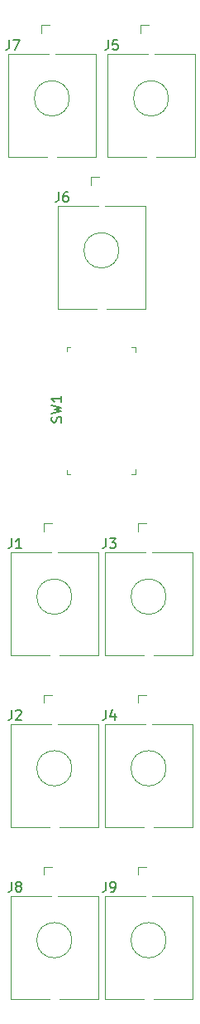
<source format=gbr>
%TF.GenerationSoftware,KiCad,Pcbnew,(5.1.8)-1*%
%TF.CreationDate,2021-01-05T22:18:11+01:00*%
%TF.ProjectId,Paco,5061636f-2e6b-4696-9361-645f70636258,rev?*%
%TF.SameCoordinates,Original*%
%TF.FileFunction,Legend,Top*%
%TF.FilePolarity,Positive*%
%FSLAX46Y46*%
G04 Gerber Fmt 4.6, Leading zero omitted, Abs format (unit mm)*
G04 Created by KiCad (PCBNEW (5.1.8)-1) date 2021-01-05 22:18:11*
%MOMM*%
%LPD*%
G01*
G04 APERTURE LIST*
%ADD10C,0.120000*%
%ADD11C,0.100000*%
%ADD12C,0.150000*%
%ADD13C,2.130000*%
%ADD14R,1.930000X1.830000*%
%ADD15C,2.850000*%
%ADD16R,2.850000X2.850000*%
G04 APERTURE END LIST*
D10*
%TO.C,J9*%
X112086000Y-140918000D02*
X112086000Y-151418000D01*
X121086000Y-140918000D02*
X121086000Y-151418000D01*
X121086000Y-151418000D02*
X117086000Y-151418000D01*
X116086000Y-151418000D02*
X112086000Y-151418000D01*
X121086000Y-140918000D02*
X116936000Y-140918000D01*
X116236000Y-140918000D02*
X112086000Y-140918000D01*
X118386000Y-145418000D02*
G75*
G03*
X118386000Y-145418000I-1800000J0D01*
G01*
X115526000Y-137938000D02*
X115526000Y-138738000D01*
X115526000Y-137938000D02*
X116386000Y-137938000D01*
%TO.C,J8*%
X102434000Y-140918000D02*
X102434000Y-151418000D01*
X111434000Y-140918000D02*
X111434000Y-151418000D01*
X111434000Y-151418000D02*
X107434000Y-151418000D01*
X106434000Y-151418000D02*
X102434000Y-151418000D01*
X111434000Y-140918000D02*
X107284000Y-140918000D01*
X106584000Y-140918000D02*
X102434000Y-140918000D01*
X108734000Y-145418000D02*
G75*
G03*
X108734000Y-145418000I-1800000J0D01*
G01*
X105874000Y-137938000D02*
X105874000Y-138738000D01*
X105874000Y-137938000D02*
X106734000Y-137938000D01*
D11*
%TO.C,SW1*%
X108235000Y-84990000D02*
X108585000Y-84990000D01*
X108235000Y-85365000D02*
X108235000Y-84990000D01*
X108235000Y-97890000D02*
X108235000Y-97490000D01*
X108235000Y-97890000D02*
X108610000Y-97890000D01*
X115285000Y-97890000D02*
X114860000Y-97890000D01*
X115285000Y-97890000D02*
X115285000Y-97440000D01*
X115285000Y-85015000D02*
X115285000Y-85465000D01*
X115285000Y-84990000D02*
X114860000Y-84990000D01*
D10*
%TO.C,J4*%
X112086000Y-123392000D02*
X112086000Y-133892000D01*
X121086000Y-123392000D02*
X121086000Y-133892000D01*
X121086000Y-133892000D02*
X117086000Y-133892000D01*
X116086000Y-133892000D02*
X112086000Y-133892000D01*
X121086000Y-123392000D02*
X116936000Y-123392000D01*
X116236000Y-123392000D02*
X112086000Y-123392000D01*
X118386000Y-127892000D02*
G75*
G03*
X118386000Y-127892000I-1800000J0D01*
G01*
X115526000Y-120412000D02*
X115526000Y-121212000D01*
X115526000Y-120412000D02*
X116386000Y-120412000D01*
%TO.C,J7*%
X102180000Y-55096000D02*
X102180000Y-65596000D01*
X111180000Y-55096000D02*
X111180000Y-65596000D01*
X111180000Y-65596000D02*
X107180000Y-65596000D01*
X106180000Y-65596000D02*
X102180000Y-65596000D01*
X111180000Y-55096000D02*
X107030000Y-55096000D01*
X106330000Y-55096000D02*
X102180000Y-55096000D01*
X108480000Y-59596000D02*
G75*
G03*
X108480000Y-59596000I-1800000J0D01*
G01*
X105620000Y-52116000D02*
X105620000Y-52916000D01*
X105620000Y-52116000D02*
X106480000Y-52116000D01*
%TO.C,J6*%
X107260000Y-70590000D02*
X107260000Y-81090000D01*
X116260000Y-70590000D02*
X116260000Y-81090000D01*
X116260000Y-81090000D02*
X112260000Y-81090000D01*
X111260000Y-81090000D02*
X107260000Y-81090000D01*
X116260000Y-70590000D02*
X112110000Y-70590000D01*
X111410000Y-70590000D02*
X107260000Y-70590000D01*
X113560000Y-75090000D02*
G75*
G03*
X113560000Y-75090000I-1800000J0D01*
G01*
X110700000Y-67610000D02*
X110700000Y-68410000D01*
X110700000Y-67610000D02*
X111560000Y-67610000D01*
%TO.C,J5*%
X112340000Y-55096000D02*
X112340000Y-65596000D01*
X121340000Y-55096000D02*
X121340000Y-65596000D01*
X121340000Y-65596000D02*
X117340000Y-65596000D01*
X116340000Y-65596000D02*
X112340000Y-65596000D01*
X121340000Y-55096000D02*
X117190000Y-55096000D01*
X116490000Y-55096000D02*
X112340000Y-55096000D01*
X118640000Y-59596000D02*
G75*
G03*
X118640000Y-59596000I-1800000J0D01*
G01*
X115780000Y-52116000D02*
X115780000Y-52916000D01*
X115780000Y-52116000D02*
X116640000Y-52116000D01*
%TO.C,J3*%
X112086000Y-105896000D02*
X112086000Y-116396000D01*
X121086000Y-105896000D02*
X121086000Y-116396000D01*
X121086000Y-116396000D02*
X117086000Y-116396000D01*
X116086000Y-116396000D02*
X112086000Y-116396000D01*
X121086000Y-105896000D02*
X116936000Y-105896000D01*
X116236000Y-105896000D02*
X112086000Y-105896000D01*
X118386000Y-110396000D02*
G75*
G03*
X118386000Y-110396000I-1800000J0D01*
G01*
X115526000Y-102916000D02*
X115526000Y-103716000D01*
X115526000Y-102916000D02*
X116386000Y-102916000D01*
%TO.C,J2*%
X102434000Y-123392000D02*
X102434000Y-133892000D01*
X111434000Y-123392000D02*
X111434000Y-133892000D01*
X111434000Y-133892000D02*
X107434000Y-133892000D01*
X106434000Y-133892000D02*
X102434000Y-133892000D01*
X111434000Y-123392000D02*
X107284000Y-123392000D01*
X106584000Y-123392000D02*
X102434000Y-123392000D01*
X108734000Y-127892000D02*
G75*
G03*
X108734000Y-127892000I-1800000J0D01*
G01*
X105874000Y-120412000D02*
X105874000Y-121212000D01*
X105874000Y-120412000D02*
X106734000Y-120412000D01*
%TO.C,J1*%
X102434000Y-105896000D02*
X102434000Y-116396000D01*
X111434000Y-105896000D02*
X111434000Y-116396000D01*
X111434000Y-116396000D02*
X107434000Y-116396000D01*
X106434000Y-116396000D02*
X102434000Y-116396000D01*
X111434000Y-105896000D02*
X107284000Y-105896000D01*
X106584000Y-105896000D02*
X102434000Y-105896000D01*
X108734000Y-110396000D02*
G75*
G03*
X108734000Y-110396000I-1800000J0D01*
G01*
X105874000Y-102916000D02*
X105874000Y-103716000D01*
X105874000Y-102916000D02*
X106734000Y-102916000D01*
%TO.C,J9*%
D12*
X112222666Y-139470380D02*
X112222666Y-140184666D01*
X112175047Y-140327523D01*
X112079809Y-140422761D01*
X111936952Y-140470380D01*
X111841714Y-140470380D01*
X112746476Y-140470380D02*
X112936952Y-140470380D01*
X113032190Y-140422761D01*
X113079809Y-140375142D01*
X113175047Y-140232285D01*
X113222666Y-140041809D01*
X113222666Y-139660857D01*
X113175047Y-139565619D01*
X113127428Y-139518000D01*
X113032190Y-139470380D01*
X112841714Y-139470380D01*
X112746476Y-139518000D01*
X112698857Y-139565619D01*
X112651238Y-139660857D01*
X112651238Y-139898952D01*
X112698857Y-139994190D01*
X112746476Y-140041809D01*
X112841714Y-140089428D01*
X113032190Y-140089428D01*
X113127428Y-140041809D01*
X113175047Y-139994190D01*
X113222666Y-139898952D01*
%TO.C,J8*%
X102570666Y-139470380D02*
X102570666Y-140184666D01*
X102523047Y-140327523D01*
X102427809Y-140422761D01*
X102284952Y-140470380D01*
X102189714Y-140470380D01*
X103189714Y-139898952D02*
X103094476Y-139851333D01*
X103046857Y-139803714D01*
X102999238Y-139708476D01*
X102999238Y-139660857D01*
X103046857Y-139565619D01*
X103094476Y-139518000D01*
X103189714Y-139470380D01*
X103380190Y-139470380D01*
X103475428Y-139518000D01*
X103523047Y-139565619D01*
X103570666Y-139660857D01*
X103570666Y-139708476D01*
X103523047Y-139803714D01*
X103475428Y-139851333D01*
X103380190Y-139898952D01*
X103189714Y-139898952D01*
X103094476Y-139946571D01*
X103046857Y-139994190D01*
X102999238Y-140089428D01*
X102999238Y-140279904D01*
X103046857Y-140375142D01*
X103094476Y-140422761D01*
X103189714Y-140470380D01*
X103380190Y-140470380D01*
X103475428Y-140422761D01*
X103523047Y-140375142D01*
X103570666Y-140279904D01*
X103570666Y-140089428D01*
X103523047Y-139994190D01*
X103475428Y-139946571D01*
X103380190Y-139898952D01*
%TO.C,SW1*%
X107614761Y-92633333D02*
X107662380Y-92490476D01*
X107662380Y-92252380D01*
X107614761Y-92157142D01*
X107567142Y-92109523D01*
X107471904Y-92061904D01*
X107376666Y-92061904D01*
X107281428Y-92109523D01*
X107233809Y-92157142D01*
X107186190Y-92252380D01*
X107138571Y-92442857D01*
X107090952Y-92538095D01*
X107043333Y-92585714D01*
X106948095Y-92633333D01*
X106852857Y-92633333D01*
X106757619Y-92585714D01*
X106710000Y-92538095D01*
X106662380Y-92442857D01*
X106662380Y-92204761D01*
X106710000Y-92061904D01*
X106662380Y-91728571D02*
X107662380Y-91490476D01*
X106948095Y-91300000D01*
X107662380Y-91109523D01*
X106662380Y-90871428D01*
X107662380Y-89966666D02*
X107662380Y-90538095D01*
X107662380Y-90252380D02*
X106662380Y-90252380D01*
X106805238Y-90347619D01*
X106900476Y-90442857D01*
X106948095Y-90538095D01*
%TO.C,J4*%
X112222666Y-121944380D02*
X112222666Y-122658666D01*
X112175047Y-122801523D01*
X112079809Y-122896761D01*
X111936952Y-122944380D01*
X111841714Y-122944380D01*
X113127428Y-122277714D02*
X113127428Y-122944380D01*
X112889333Y-121896761D02*
X112651238Y-122611047D01*
X113270285Y-122611047D01*
%TO.C,J7*%
X102316666Y-53648380D02*
X102316666Y-54362666D01*
X102269047Y-54505523D01*
X102173809Y-54600761D01*
X102030952Y-54648380D01*
X101935714Y-54648380D01*
X102697619Y-53648380D02*
X103364285Y-53648380D01*
X102935714Y-54648380D01*
%TO.C,J6*%
X107396666Y-69142380D02*
X107396666Y-69856666D01*
X107349047Y-69999523D01*
X107253809Y-70094761D01*
X107110952Y-70142380D01*
X107015714Y-70142380D01*
X108301428Y-69142380D02*
X108110952Y-69142380D01*
X108015714Y-69190000D01*
X107968095Y-69237619D01*
X107872857Y-69380476D01*
X107825238Y-69570952D01*
X107825238Y-69951904D01*
X107872857Y-70047142D01*
X107920476Y-70094761D01*
X108015714Y-70142380D01*
X108206190Y-70142380D01*
X108301428Y-70094761D01*
X108349047Y-70047142D01*
X108396666Y-69951904D01*
X108396666Y-69713809D01*
X108349047Y-69618571D01*
X108301428Y-69570952D01*
X108206190Y-69523333D01*
X108015714Y-69523333D01*
X107920476Y-69570952D01*
X107872857Y-69618571D01*
X107825238Y-69713809D01*
%TO.C,J5*%
X112476666Y-53648380D02*
X112476666Y-54362666D01*
X112429047Y-54505523D01*
X112333809Y-54600761D01*
X112190952Y-54648380D01*
X112095714Y-54648380D01*
X113429047Y-53648380D02*
X112952857Y-53648380D01*
X112905238Y-54124571D01*
X112952857Y-54076952D01*
X113048095Y-54029333D01*
X113286190Y-54029333D01*
X113381428Y-54076952D01*
X113429047Y-54124571D01*
X113476666Y-54219809D01*
X113476666Y-54457904D01*
X113429047Y-54553142D01*
X113381428Y-54600761D01*
X113286190Y-54648380D01*
X113048095Y-54648380D01*
X112952857Y-54600761D01*
X112905238Y-54553142D01*
%TO.C,J3*%
X112222666Y-104448380D02*
X112222666Y-105162666D01*
X112175047Y-105305523D01*
X112079809Y-105400761D01*
X111936952Y-105448380D01*
X111841714Y-105448380D01*
X112603619Y-104448380D02*
X113222666Y-104448380D01*
X112889333Y-104829333D01*
X113032190Y-104829333D01*
X113127428Y-104876952D01*
X113175047Y-104924571D01*
X113222666Y-105019809D01*
X113222666Y-105257904D01*
X113175047Y-105353142D01*
X113127428Y-105400761D01*
X113032190Y-105448380D01*
X112746476Y-105448380D01*
X112651238Y-105400761D01*
X112603619Y-105353142D01*
%TO.C,J2*%
X102570666Y-121944380D02*
X102570666Y-122658666D01*
X102523047Y-122801523D01*
X102427809Y-122896761D01*
X102284952Y-122944380D01*
X102189714Y-122944380D01*
X102999238Y-122039619D02*
X103046857Y-121992000D01*
X103142095Y-121944380D01*
X103380190Y-121944380D01*
X103475428Y-121992000D01*
X103523047Y-122039619D01*
X103570666Y-122134857D01*
X103570666Y-122230095D01*
X103523047Y-122372952D01*
X102951619Y-122944380D01*
X103570666Y-122944380D01*
%TO.C,J1*%
X102570666Y-104448380D02*
X102570666Y-105162666D01*
X102523047Y-105305523D01*
X102427809Y-105400761D01*
X102284952Y-105448380D01*
X102189714Y-105448380D01*
X103570666Y-105448380D02*
X102999238Y-105448380D01*
X103284952Y-105448380D02*
X103284952Y-104448380D01*
X103189714Y-104591238D01*
X103094476Y-104686476D01*
X102999238Y-104734095D01*
%TD*%
%LPC*%
D13*
%TO.C,J9*%
X116586000Y-150338000D03*
D14*
X116586000Y-138938000D03*
D13*
X116586000Y-142038000D03*
%TD*%
%TO.C,J8*%
X106934000Y-150338000D03*
D14*
X106934000Y-138938000D03*
D13*
X106934000Y-142038000D03*
%TD*%
D15*
%TO.C,SW1*%
X111760000Y-86740000D03*
X111760000Y-91440000D03*
D16*
X111760000Y-96140000D03*
%TD*%
D13*
%TO.C,J4*%
X116586000Y-132812000D03*
D14*
X116586000Y-121412000D03*
D13*
X116586000Y-124512000D03*
%TD*%
%TO.C,J7*%
X106680000Y-64516000D03*
D14*
X106680000Y-53116000D03*
D13*
X106680000Y-56216000D03*
%TD*%
%TO.C,J6*%
X111760000Y-80010000D03*
D14*
X111760000Y-68610000D03*
D13*
X111760000Y-71710000D03*
%TD*%
%TO.C,J5*%
X116840000Y-64516000D03*
D14*
X116840000Y-53116000D03*
D13*
X116840000Y-56216000D03*
%TD*%
%TO.C,J3*%
X116586000Y-115316000D03*
D14*
X116586000Y-103916000D03*
D13*
X116586000Y-107016000D03*
%TD*%
%TO.C,J2*%
X106934000Y-132812000D03*
D14*
X106934000Y-121412000D03*
D13*
X106934000Y-124512000D03*
%TD*%
%TO.C,J1*%
X106934000Y-115316000D03*
D14*
X106934000Y-103916000D03*
D13*
X106934000Y-107016000D03*
%TD*%
M02*

</source>
